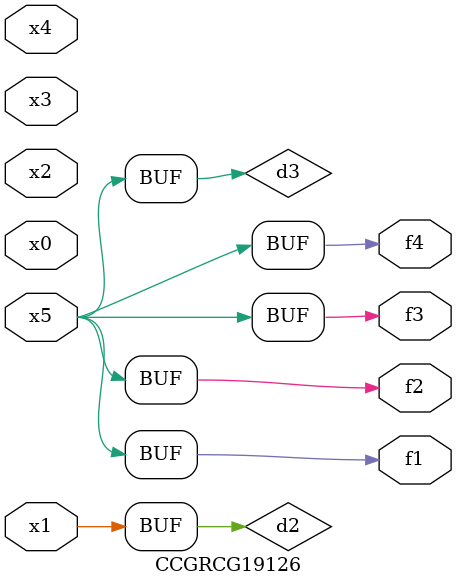
<source format=v>
module CCGRCG19126(
	input x0, x1, x2, x3, x4, x5,
	output f1, f2, f3, f4
);

	wire d1, d2, d3;

	not (d1, x5);
	or (d2, x1);
	xnor (d3, d1);
	assign f1 = d3;
	assign f2 = d3;
	assign f3 = d3;
	assign f4 = d3;
endmodule

</source>
